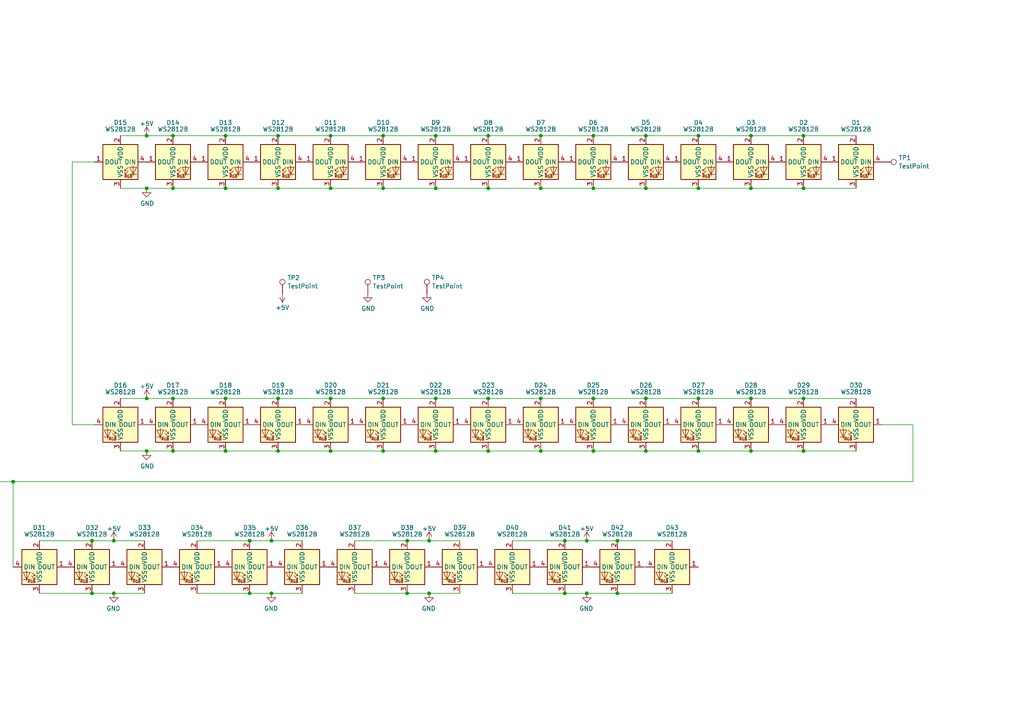
<source format=kicad_sch>
(kicad_sch (version 20231120) (generator "eeschema") (generator_version "8.0")
  (paper "A4")
  (lib_symbols
    (symbol "+5V_1" (power) (pin_numbers hide) (pin_names (offset 0) hide)
      (property "Value" "+5V" (at 0 3.556 0))
      (symbol "+5V_1_1_1"
        (pin power_in line (at 0 0 90) (length 0) (name "~") (number "1"))
      )
    )
    (symbol "Connector:TestPoint" (pin_numbers hide) (pin_names (offset 0.762) hide)
      (property "Reference" "TP" (at 0 6.858 0))
      (property "Value" "TestPoint" (at 0 5.08 0))
      (symbol "TestPoint_1_1"
        (pin passive line (at 0 0 90) (length 2.54) (name "1") (number "1"))
      )
    )
    (symbol "GND_1" (power) (pin_numbers hide) (pin_names (offset 0) hide)
      (property "Value" "GND" (at 0 -3.81 0))
      (symbol "GND_1_1_1"
        (pin power_in line (at 0 0 270) (length 0) (name "~") (number "1"))
      )
    )
    (symbol "xl-1010RGBC_107"
      (property "Reference" "U" (at 0 0 0))
      (symbol "xl-1010RGBC_107_0_0"
        (text "RGB" (at 2.286 -4.191 0) (effects (font (size 0.762 0.762))))
      )
      (symbol "xl-1010RGBC_107_1_1"
        (pin output line (at -7.62 0 0) (length 2.54) (name "DOUT") (number "1"))
        (pin power_in line (at 0 7.62 270) (length 2.54) (name "VDD") (number "2"))
        (pin power_in line (at 0 -7.62 90) (length 2.54) (name "VSS") (number "3"))
        (pin input line (at 7.62 0 180) (length 2.54) (name "DIN") (number "4"))
      )
    )
    (symbol "xl-1010RGBC_108"
      (property "Reference" "U" (at 0 0 0))
      (symbol "xl-1010RGBC_108_0_0"
        (text "RGB" (at 2.286 -4.191 0) (effects (font (size 0.762 0.762))))
      )
      (symbol "xl-1010RGBC_108_1_1"
        (pin output line (at -7.62 0 0) (length 2.54) (name "DOUT") (number "1"))
        (pin power_in line (at 0 7.62 270) (length 2.54) (name "VDD") (number "2"))
        (pin power_in line (at 0 -7.62 90) (length 2.54) (name "VSS") (number "3"))
        (pin input line (at 7.62 0 180) (length 2.54) (name "DIN") (number "4"))
      )
    )
    (symbol "xl-1010RGBC_109"
      (property "Reference" "U" (at 0 0 0))
      (symbol "xl-1010RGBC_109_0_0"
        (text "RGB" (at 2.286 -4.191 0) (effects (font (size 0.762 0.762))))
      )
      (symbol "xl-1010RGBC_109_1_1"
        (pin output line (at -7.62 0 0) (length 2.54) (name "DOUT") (number "1"))
        (pin power_in line (at 0 7.62 270) (length 2.54) (name "VDD") (number "2"))
        (pin power_in line (at 0 -7.62 90) (length 2.54) (name "VSS") (number "3"))
        (pin input line (at 7.62 0 180) (length 2.54) (name "DIN") (number "4"))
      )
    )
    (symbol "xl-1010RGBC_110"
      (property "Reference" "U" (at 0 0 0))
      (symbol "xl-1010RGBC_110_0_0"
        (text "RGB" (at 2.286 -4.191 0) (effects (font (size 0.762 0.762))))
      )
      (symbol "xl-1010RGBC_110_1_1"
        (pin output line (at -7.62 0 0) (length 2.54) (name "DOUT") (number "1"))
        (pin power_in line (at 0 7.62 270) (length 2.54) (name "VDD") (number "2"))
        (pin power_in line (at 0 -7.62 90) (length 2.54) (name "VSS") (number "3"))
        (pin input line (at 7.62 0 180) (length 2.54) (name "DIN") (number "4"))
      )
    )
    (symbol "xl-1010RGBC_111"
      (property "Reference" "U" (at 0 0 0))
      (symbol "xl-1010RGBC_111_0_0"
        (text "RGB" (at 2.286 -4.191 0) (effects (font (size 0.762 0.762))))
      )
      (symbol "xl-1010RGBC_111_1_1"
        (pin output line (at -7.62 0 0) (length 2.54) (name "DOUT") (number "1"))
        (pin power_in line (at 0 7.62 270) (length 2.54) (name "VDD") (number "2"))
        (pin power_in line (at 0 -7.62 90) (length 2.54) (name "VSS") (number "3"))
        (pin input line (at 7.62 0 180) (length 2.54) (name "DIN") (number "4"))
      )
    )
    (symbol "xl-1010RGBC_112"
      (property "Reference" "U" (at 0 0 0))
      (symbol "xl-1010RGBC_112_0_0"
        (text "RGB" (at 2.286 -4.191 0) (effects (font (size 0.762 0.762))))
      )
      (symbol "xl-1010RGBC_112_1_1"
        (pin output line (at -7.62 0 0) (length 2.54) (name "DOUT") (number "1"))
        (pin power_in line (at 0 7.62 270) (length 2.54) (name "VDD") (number "2"))
        (pin power_in line (at 0 -7.62 90) (length 2.54) (name "VSS") (number "3"))
        (pin input line (at 7.62 0 180) (length 2.54) (name "DIN") (number "4"))
      )
    )
    (symbol "xl-1010RGBC_113"
      (property "Reference" "U" (at 0 0 0))
      (symbol "xl-1010RGBC_113_0_0"
        (text "RGB" (at 2.286 -4.191 0) (effects (font (size 0.762 0.762))))
      )
      (symbol "xl-1010RGBC_113_1_1"
        (pin output line (at -7.62 0 0) (length 2.54) (name "DOUT") (number "1"))
        (pin power_in line (at 0 7.62 270) (length 2.54) (name "VDD") (number "2"))
        (pin power_in line (at 0 -7.62 90) (length 2.54) (name "VSS") (number "3"))
        (pin input line (at 7.62 0 180) (length 2.54) (name "DIN") (number "4"))
      )
    )
    (symbol "xl-1010RGBC_114"
      (property "Reference" "U" (at 0 0 0))
      (symbol "xl-1010RGBC_114_0_0"
        (text "RGB" (at 2.286 -4.191 0) (effects (font (size 0.762 0.762))))
      )
      (symbol "xl-1010RGBC_114_1_1"
        (pin output line (at -7.62 0 0) (length 2.54) (name "DOUT") (number "1"))
        (pin power_in line (at 0 7.62 270) (length 2.54) (name "VDD") (number "2"))
        (pin power_in line (at 0 -7.62 90) (length 2.54) (name "VSS") (number "3"))
        (pin input line (at 7.62 0 180) (length 2.54) (name "DIN") (number "4"))
      )
    )
    (symbol "xl-1010RGBC_165"
      (property "Reference" "U" (at 0 0 0))
      (symbol "xl-1010RGBC_165_0_0"
        (text "RGB" (at 2.286 -4.191 0) (effects (font (size 0.762 0.762))))
      )
      (symbol "xl-1010RGBC_165_1_1"
        (pin output line (at -7.62 0 0) (length 2.54) (name "DOUT") (number "1"))
        (pin power_in line (at 0 7.62 270) (length 2.54) (name "VDD") (number "2"))
        (pin power_in line (at 0 -7.62 90) (length 2.54) (name "VSS") (number "3"))
        (pin input line (at 7.62 0 180) (length 2.54) (name "DIN") (number "4"))
      )
    )
    (symbol "xl-1010RGBC_169"
      (property "Reference" "U" (at 0 0 0))
      (symbol "xl-1010RGBC_169_0_0"
        (text "RGB" (at 2.286 -4.191 0) (effects (font (size 0.762 0.762))))
      )
      (symbol "xl-1010RGBC_169_1_1"
        (pin output line (at -7.62 0 0) (length 2.54) (name "DOUT") (number "1"))
        (pin power_in line (at 0 7.62 270) (length 2.54) (name "VDD") (number "2"))
        (pin power_in line (at 0 -7.62 90) (length 2.54) (name "VSS") (number "3"))
        (pin input line (at 7.62 0 180) (length 2.54) (name "DIN") (number "4"))
      )
    )
    (symbol "xl-1010RGBC_183"
      (property "Reference" "U" (at 0 0 0))
      (symbol "xl-1010RGBC_183_0_0"
        (text "RGB" (at 2.286 -4.191 0) (effects (font (size 0.762 0.762))))
      )
      (symbol "xl-1010RGBC_183_1_1"
        (pin output line (at -7.62 0 0) (length 2.54) (name "DOUT") (number "1"))
        (pin power_in line (at 0 7.62 270) (length 2.54) (name "VDD") (number "2"))
        (pin power_in line (at 0 -7.62 90) (length 2.54) (name "VSS") (number "3"))
        (pin input line (at 7.62 0 180) (length 2.54) (name "DIN") (number "4"))
      )
    )
    (symbol "xl-1010RGBC_226"
      (property "Reference" "U" (at 0 0 0))
      (symbol "xl-1010RGBC_226_0_0"
        (text "RGB" (at 2.286 -4.191 0) (effects (font (size 0.762 0.762))))
      )
      (symbol "xl-1010RGBC_226_1_1"
        (pin output line (at -7.62 0 0) (length 2.54) (name "DOUT") (number "1"))
        (pin power_in line (at 0 7.62 270) (length 2.54) (name "VDD") (number "2"))
        (pin power_in line (at 0 -7.62 90) (length 2.54) (name "VSS") (number "3"))
        (pin input line (at 7.62 0 180) (length 2.54) (name "DIN") (number "4"))
      )
    )
    (symbol "xl-1010RGBC_243"
      (property "Reference" "U" (at 0 0 0))
      (symbol "xl-1010RGBC_243_0_0"
        (text "RGB" (at 2.286 -4.191 0) (effects (font (size 0.762 0.762))))
      )
      (symbol "xl-1010RGBC_243_1_1"
        (pin output line (at -7.62 0 0) (length 2.54) (name "DOUT") (number "1"))
        (pin power_in line (at 0 7.62 270) (length 2.54) (name "VDD") (number "2"))
        (pin power_in line (at 0 -7.62 90) (length 2.54) (name "VSS") (number "3"))
        (pin input line (at 7.62 0 180) (length 2.54) (name "DIN") (number "4"))
      )
    )
    (symbol "xl-1010RGBC_295"
      (property "Reference" "U" (at 0 0 0))
      (symbol "xl-1010RGBC_295_0_0"
        (text "RGB" (at 2.286 -4.191 0) (effects (font (size 0.762 0.762))))
      )
      (symbol "xl-1010RGBC_295_1_1"
        (pin output line (at -7.62 0 0) (length 2.54) (name "DOUT") (number "1"))
        (pin power_in line (at 0 7.62 270) (length 2.54) (name "VDD") (number "2"))
        (pin power_in line (at 0 -7.62 90) (length 2.54) (name "VSS") (number "3"))
        (pin input line (at 7.62 0 180) (length 2.54) (name "DIN") (number "4"))
      )
    )
    (symbol "xl-1010RGBC_296"
      (property "Reference" "U" (at 0 0 0))
      (symbol "xl-1010RGBC_296_0_0"
        (text "RGB" (at 2.286 -4.191 0) (effects (font (size 0.762 0.762))))
      )
      (symbol "xl-1010RGBC_296_1_1"
        (pin output line (at -7.62 0 0) (length 2.54) (name "DOUT") (number "1"))
        (pin power_in line (at 0 7.62 270) (length 2.54) (name "VDD") (number "2"))
        (pin power_in line (at 0 -7.62 90) (length 2.54) (name "VSS") (number "3"))
        (pin input line (at 7.62 0 180) (length 2.54) (name "DIN") (number "4"))
      )
    )
    (symbol "xl-1010RGBC_306"
      (property "Reference" "U" (at 0 0 0))
      (symbol "xl-1010RGBC_306_0_0"
        (text "RGB" (at 2.286 -4.191 0) (effects (font (size 0.762 0.762))))
      )
      (symbol "xl-1010RGBC_306_1_1"
        (pin output line (at -7.62 0 0) (length 2.54) (name "DOUT") (number "1"))
        (pin power_in line (at 0 7.62 270) (length 2.54) (name "VDD") (number "2"))
        (pin power_in line (at 0 -7.62 90) (length 2.54) (name "VSS") (number "3"))
        (pin input line (at 7.62 0 180) (length 2.54) (name "DIN") (number "4"))
      )
    )
    (symbol "xl-1010RGBC_311"
      (property "Reference" "U" (at 0 0 0))
      (symbol "xl-1010RGBC_311_0_0"
        (text "RGB" (at 2.286 -4.191 0) (effects (font (size 0.762 0.762))))
      )
      (symbol "xl-1010RGBC_311_1_1"
        (pin output line (at -7.62 0 0) (length 2.54) (name "DOUT") (number "1"))
        (pin power_in line (at 0 7.62 270) (length 2.54) (name "VDD") (number "2"))
        (pin power_in line (at 0 -7.62 90) (length 2.54) (name "VSS") (number "3"))
        (pin input line (at 7.62 0 180) (length 2.54) (name "DIN") (number "4"))
      )
    )
    (symbol "xl-1010RGBC_317"
      (property "Reference" "U" (at 0 0 0))
      (symbol "xl-1010RGBC_317_0_0"
        (text "RGB" (at 2.286 -4.191 0) (effects (font (size 0.762 0.762))))
      )
      (symbol "xl-1010RGBC_317_1_1"
        (pin output line (at -7.62 0 0) (length 2.54) (name "DOUT") (number "1"))
        (pin power_in line (at 0 7.62 270) (length 2.54) (name "VDD") (number "2"))
        (pin power_in line (at 0 -7.62 90) (length 2.54) (name "VSS") (number "3"))
        (pin input line (at 7.62 0 180) (length 2.54) (name "DIN") (number "4"))
      )
    )
    (symbol "xl-1010RGBC_318"
      (property "Reference" "U" (at 0 0 0))
      (symbol "xl-1010RGBC_318_0_0"
        (text "RGB" (at 2.286 -4.191 0) (effects (font (size 0.762 0.762))))
      )
      (symbol "xl-1010RGBC_318_1_1"
        (pin output line (at -7.62 0 0) (length 2.54) (name "DOUT") (number "1"))
        (pin power_in line (at 0 7.62 270) (length 2.54) (name "VDD") (number "2"))
        (pin power_in line (at 0 -7.62 90) (length 2.54) (name "VSS") (number "3"))
        (pin input line (at 7.62 0 180) (length 2.54) (name "DIN") (number "4"))
      )
    )
    (symbol "xl-1010RGBC_323"
      (property "Reference" "U" (at 0 0 0))
      (symbol "xl-1010RGBC_323_0_0"
        (text "RGB" (at 2.286 -4.191 0) (effects (font (size 0.762 0.762))))
      )
      (symbol "xl-1010RGBC_323_1_1"
        (pin output line (at -7.62 0 0) (length 2.54) (name "DOUT") (number "1"))
        (pin power_in line (at 0 7.62 270) (length 2.54) (name "VDD") (number "2"))
        (pin power_in line (at 0 -7.62 90) (length 2.54) (name "VSS") (number "3"))
        (pin input line (at 7.62 0 180) (length 2.54) (name "DIN") (number "4"))
      )
    )
    (symbol "xl-1010RGBC_324"
      (property "Reference" "U" (at 0 0 0))
      (symbol "xl-1010RGBC_324_0_0"
        (text "RGB" (at 2.286 -4.191 0) (effects (font (size 0.762 0.762))))
      )
      (symbol "xl-1010RGBC_324_1_1"
        (pin output line (at -7.62 0 0) (length 2.54) (name "DOUT") (number "1"))
        (pin power_in line (at 0 7.62 270) (length 2.54) (name "VDD") (number "2"))
        (pin power_in line (at 0 -7.62 90) (length 2.54) (name "VSS") (number "3"))
        (pin input line (at 7.62 0 180) (length 2.54) (name "DIN") (number "4"))
      )
    )
    (symbol "xl-1010RGBC_349"
      (property "Reference" "U" (at 0 0 0))
      (symbol "xl-1010RGBC_349_0_0"
        (text "RGB" (at 2.286 -4.191 0) (effects (font (size 0.762 0.762))))
      )
      (symbol "xl-1010RGBC_349_1_1"
        (pin output line (at -7.62 0 0) (length 2.54) (name "DOUT") (number "1"))
        (pin power_in line (at 0 7.62 270) (length 2.54) (name "VDD") (number "2"))
        (pin power_in line (at 0 -7.62 90) (length 2.54) (name "VSS") (number "3"))
        (pin input line (at 7.62 0 180) (length 2.54) (name "DIN") (number "4"))
      )
    )
    (symbol "xl-1010RGBC_390"
      (property "Reference" "U" (at 0 0 0))
      (symbol "xl-1010RGBC_390_0_0"
        (text "RGB" (at 2.286 -4.191 0) (effects (font (size 0.762 0.762))))
      )
      (symbol "xl-1010RGBC_390_1_1"
        (pin output line (at -7.62 0 0) (length 2.54) (name "DOUT") (number "1"))
        (pin power_in line (at 0 7.62 270) (length 2.54) (name "VDD") (number "2"))
        (pin power_in line (at 0 -7.62 90) (length 2.54) (name "VSS") (number "3"))
        (pin input line (at 7.62 0 180) (length 2.54) (name "DIN") (number "4"))
      )
    )
    (symbol "xl-1010RGBC_395"
      (property "Reference" "U" (at 0 0 0))
      (symbol "xl-1010RGBC_395_0_0"
        (text "RGB" (at 2.286 -4.191 0) (effects (font (size 0.762 0.762))))
      )
      (symbol "xl-1010RGBC_395_1_1"
        (pin output line (at -7.62 0 0) (length 2.54) (name "DOUT") (number "1"))
        (pin power_in line (at 0 7.62 270) (length 2.54) (name "VDD") (number "2"))
        (pin power_in line (at 0 -7.62 90) (length 2.54) (name "VSS") (number "3"))
        (pin input line (at 7.62 0 180) (length 2.54) (name "DIN") (number "4"))
      )
    )
    (symbol "xl-1010RGBC_403"
      (property "Reference" "U" (at 0 0 0))
      (symbol "xl-1010RGBC_403_0_0"
        (text "RGB" (at 2.286 -4.191 0) (effects (font (size 0.762 0.762))))
      )
      (symbol "xl-1010RGBC_403_1_1"
        (pin output line (at -7.62 0 0) (length 2.54) (name "DOUT") (number "1"))
        (pin power_in line (at 0 7.62 270) (length 2.54) (name "VDD") (number "2"))
        (pin power_in line (at 0 -7.62 90) (length 2.54) (name "VSS") (number "3"))
        (pin input line (at 7.62 0 180) (length 2.54) (name "DIN") (number "4"))
      )
    )
    (symbol "xl-1010RGBC_426"
      (property "Reference" "U" (at 0 0 0))
      (symbol "xl-1010RGBC_426_0_0"
        (text "RGB" (at 2.286 -4.191 0) (effects (font (size 0.762 0.762))))
      )
      (symbol "xl-1010RGBC_426_1_1"
        (pin output line (at -7.62 0 0) (length 2.54) (name "DOUT") (number "1"))
        (pin power_in line (at 0 7.62 270) (length 2.54) (name "VDD") (number "2"))
        (pin power_in line (at 0 -7.62 90) (length 2.54) (name "VSS") (number "3"))
        (pin input line (at 7.62 0 180) (length 2.54) (name "DIN") (number "4"))
      )
    )
    (symbol "xl-1010RGBC_427"
      (property "Reference" "U" (at 0 0 0))
      (symbol "xl-1010RGBC_427_0_0"
        (text "RGB" (at 2.286 -4.191 0) (effects (font (size 0.762 0.762))))
      )
      (symbol "xl-1010RGBC_427_1_1"
        (pin output line (at -7.62 0 0) (length 2.54) (name "DOUT") (number "1"))
        (pin power_in line (at 0 7.62 270) (length 2.54) (name "VDD") (number "2"))
        (pin power_in line (at 0 -7.62 90) (length 2.54) (name "VSS") (number "3"))
        (pin input line (at 7.62 0 180) (length 2.54) (name "DIN") (number "4"))
      )
    )
    (symbol "xl-1010RGBC_428"
      (property "Reference" "U" (at 0 0 0))
      (symbol "xl-1010RGBC_428_0_0"
        (text "RGB" (at 2.286 -4.191 0) (effects (font (size 0.762 0.762))))
      )
      (symbol "xl-1010RGBC_428_1_1"
        (pin output line (at -7.62 0 0) (length 2.54) (name "DOUT") (number "1"))
        (pin power_in line (at 0 7.62 270) (length 2.54) (name "VDD") (number "2"))
        (pin power_in line (at 0 -7.62 90) (length 2.54) (name "VSS") (number "3"))
        (pin input line (at 7.62 0 180) (length 2.54) (name "DIN") (number "4"))
      )
    )
    (symbol "xl-1010RGBC_429"
      (property "Reference" "U" (at 0 0 0))
      (symbol "xl-1010RGBC_429_0_0"
        (text "RGB" (at 2.286 -4.191 0) (effects (font (size 0.762 0.762))))
      )
      (symbol "xl-1010RGBC_429_1_1"
        (pin output line (at -7.62 0 0) (length 2.54) (name "DOUT") (number "1"))
        (pin power_in line (at 0 7.62 270) (length 2.54) (name "VDD") (number "2"))
        (pin power_in line (at 0 -7.62 90) (length 2.54) (name "VSS") (number "3"))
        (pin input line (at 7.62 0 180) (length 2.54) (name "DIN") (number "4"))
      )
    )
    (symbol "xl-1010RGBC_430"
      (property "Reference" "U" (at 0 0 0))
      (symbol "xl-1010RGBC_430_0_0"
        (text "RGB" (at 2.286 -4.191 0) (effects (font (size 0.762 0.762))))
      )
      (symbol "xl-1010RGBC_430_1_1"
        (pin output line (at -7.62 0 0) (length 2.54) (name "DOUT") (number "1"))
        (pin power_in line (at 0 7.62 270) (length 2.54) (name "VDD") (number "2"))
        (pin power_in line (at 0 -7.62 90) (length 2.54) (name "VSS") (number "3"))
        (pin input line (at 7.62 0 180) (length 2.54) (name "DIN") (number "4"))
      )
    )
    (symbol "xl-1010RGBC_431"
      (property "Reference" "U" (at 0 0 0))
      (symbol "xl-1010RGBC_431_0_0"
        (text "RGB" (at 2.286 -4.191 0) (effects (font (size 0.762 0.762))))
      )
      (symbol "xl-1010RGBC_431_1_1"
        (pin output line (at -7.62 0 0) (length 2.54) (name "DOUT") (number "1"))
        (pin power_in line (at 0 7.62 270) (length 2.54) (name "VDD") (number "2"))
        (pin power_in line (at 0 -7.62 90) (length 2.54) (name "VSS") (number "3"))
        (pin input line (at 7.62 0 180) (length 2.54) (name "DIN") (number "4"))
      )
    )
    (symbol "xl-1010RGBC_432"
      (property "Reference" "U" (at 0 0 0))
      (symbol "xl-1010RGBC_432_0_0"
        (text "RGB" (at 2.286 -4.191 0) (effects (font (size 0.762 0.762))))
      )
      (symbol "xl-1010RGBC_432_1_1"
        (pin output line (at -7.62 0 0) (length 2.54) (name "DOUT") (number "1"))
        (pin power_in line (at 0 7.62 270) (length 2.54) (name "VDD") (number "2"))
        (pin power_in line (at 0 -7.62 90) (length 2.54) (name "VSS") (number "3"))
        (pin input line (at 7.62 0 180) (length 2.54) (name "DIN") (number "4"))
      )
    )
    (symbol "xl-1010RGBC_433"
      (property "Reference" "U" (at 0 0 0))
      (symbol "xl-1010RGBC_433_0_0"
        (text "RGB" (at 2.286 -4.191 0) (effects (font (size 0.762 0.762))))
      )
      (symbol "xl-1010RGBC_433_1_1"
        (pin output line (at -7.62 0 0) (length 2.54) (name "DOUT") (number "1"))
        (pin power_in line (at 0 7.62 270) (length 2.54) (name "VDD") (number "2"))
        (pin power_in line (at 0 -7.62 90) (length 2.54) (name "VSS") (number "3"))
        (pin input line (at 7.62 0 180) (length 2.54) (name "DIN") (number "4"))
      )
    )
  )
  (junction (at 80.645 39.37))
  (junction (at 141.605 115.57))
  (junction (at 172.085 39.37))
  (junction (at 156.845 54.61))
  (junction (at 95.885 39.37))
  (junction (at 126.365 130.81))
  (junction (at 163.83 156.845))
  (junction (at 124.46 172.085))
  (junction (at 111.125 115.57))
  (junction (at 65.405 54.61))
  (junction (at 26.67 156.845))
  (junction (at 118.11 172.085))
  (junction (at 202.565 39.37))
  (junction (at 42.545 39.37))
  (junction (at 65.405 130.81))
  (junction (at 80.645 54.61))
  (junction (at 202.565 115.57))
  (junction (at 95.885 130.81))
  (junction (at 141.605 130.81))
  (junction (at 65.405 115.57))
  (junction (at 42.545 115.57))
  (junction (at 72.39 172.085))
  (junction (at 141.605 39.37))
  (junction (at 33.02 156.845))
  (junction (at 80.645 130.81))
  (junction (at 156.845 130.81))
  (junction (at 124.46 156.845))
  (junction (at 50.165 39.37))
  (junction (at 179.07 172.085))
  (junction (at 80.645 115.57))
  (junction (at 187.325 130.81))
  (junction (at 78.74 172.085))
  (junction (at 187.325 39.37))
  (junction (at 42.545 130.81))
  (junction (at 172.085 54.61))
  (junction (at 65.405 39.37))
  (junction (at 26.67 172.085))
  (junction (at 95.885 115.57))
  (junction (at 202.565 130.81))
  (junction (at 3.81 139.7))
  (junction (at 170.18 172.085))
  (junction (at 217.805 39.37))
  (junction (at 217.805 54.61))
  (junction (at 187.325 54.61))
  (junction (at 50.165 54.61))
  (junction (at 111.125 54.61))
  (junction (at 233.045 54.61))
  (junction (at 179.07 156.845))
  (junction (at 72.39 156.845))
  (junction (at 170.18 156.845))
  (junction (at 233.045 39.37))
  (junction (at 233.045 130.81))
  (junction (at 50.165 115.57))
  (junction (at 217.805 130.81))
  (junction (at 50.165 130.81))
  (junction (at 111.125 130.81))
  (junction (at 172.085 130.81))
  (junction (at 42.545 54.61))
  (junction (at 187.325 115.57))
  (junction (at 156.845 115.57))
  (junction (at 202.565 54.61))
  (junction (at 163.83 172.085))
  (junction (at 126.365 39.37))
  (junction (at 156.845 39.37))
  (junction (at 126.365 115.57))
  (junction (at 118.11 156.845))
  (junction (at 217.805 115.57))
  (junction (at 141.605 54.61))
  (junction (at 126.365 54.61))
  (junction (at 95.885 54.61))
  (junction (at 111.125 39.37))
  (junction (at 233.045 115.57))
  (junction (at 78.74 156.845))
  (junction (at 33.02 172.085))
  (junction (at 172.085 115.57))
  (wire (pts (xy 111.125 39.37) (xy 126.365 39.37)))
  (wire (pts (xy 264.795 123.19) (xy 264.795 139.7)))
  (wire (pts (xy 3.81 139.7) (xy 264.795 139.7)))
  (wire (pts (xy 50.165 115.57) (xy 65.405 115.57)))
  (wire (pts (xy 80.645 54.61) (xy 95.885 54.61)))
  (wire (pts (xy 202.565 115.57) (xy 217.805 115.57)))
  (wire (pts (xy 65.405 39.37) (xy 80.645 39.37)))
  (wire (pts (xy 26.67 172.085) (xy 11.43 172.085)))
  (wire (pts (xy 34.925 115.57) (xy 42.545 115.57)))
  (wire (pts (xy 87.63 172.085) (xy 78.74 172.085)))
  (wire (pts (xy 33.02 156.845) (xy 26.67 156.845)))
  (wire (pts (xy 141.605 130.81) (xy 156.845 130.81)))
  (wire (pts (xy 170.18 172.085) (xy 163.83 172.085)))
  (wire (pts (xy 233.045 130.81) (xy 248.285 130.81)))
  (wire (pts (xy 27.305 46.99) (xy 20.955 46.99)))
  (wire (pts (xy 95.885 39.37) (xy 111.125 39.37)))
  (wire (pts (xy 33.02 172.085) (xy 26.67 172.085)))
  (wire (pts (xy 179.07 171.45) (xy 179.07 172.085)))
  (wire (pts (xy 78.74 156.845) (xy 72.39 156.845)))
  (wire (pts (xy 80.645 115.57) (xy 95.885 115.57)))
  (wire (pts (xy 80.645 39.37) (xy 95.885 39.37)))
  (wire (pts (xy 163.83 172.085) (xy 148.59 172.085)))
  (wire (pts (xy 217.805 39.37) (xy 233.045 39.37)))
  (wire (pts (xy 126.365 54.61) (xy 141.605 54.61)))
  (wire (pts (xy 187.325 130.81) (xy 202.565 130.81)))
  (wire (pts (xy 72.39 172.085) (xy 57.15 172.085)))
  (wire (pts (xy -18.415 106.68) (xy -18.415 139.7)))
  (wire (pts (xy 217.805 54.61) (xy 233.045 54.61)))
  (wire (pts (xy -18.415 139.7) (xy 3.81 139.7)))
  (wire (pts (xy 42.545 54.61) (xy 50.165 54.61)))
  (wire (pts (xy 78.74 172.085) (xy 72.39 172.085)))
  (wire (pts (xy 65.405 115.57) (xy 80.645 115.57)))
  (wire (pts (xy 233.045 39.37) (xy 248.285 39.37)))
  (wire (pts (xy 3.81 164.465) (xy 3.81 139.7)))
  (wire (pts (xy 179.07 156.845) (xy 170.18 156.845)))
  (wire (pts (xy 156.845 39.37) (xy 172.085 39.37)))
  (wire (pts (xy 202.565 39.37) (xy 217.805 39.37)))
  (wire (pts (xy 26.67 156.845) (xy 11.43 156.845)))
  (wire (pts (xy 124.46 156.845) (xy 118.11 156.845)))
  (wire (pts (xy 34.925 130.81) (xy 42.545 130.81)))
  (wire (pts (xy 20.955 123.19) (xy 27.305 123.19)))
  (wire (pts (xy 172.085 130.81) (xy 187.325 130.81)))
  (wire (pts (xy 42.545 130.81) (xy 50.165 130.81)))
  (wire (pts (xy 124.46 172.085) (xy 118.11 172.085)))
  (wire (pts (xy 170.18 156.845) (xy 163.83 156.845)))
  (wire (pts (xy 163.83 156.845) (xy 148.59 156.845)))
  (wire (pts (xy 111.125 130.81) (xy 126.365 130.81)))
  (wire (pts (xy 34.925 54.61) (xy 42.545 54.61)))
  (wire (pts (xy 65.405 54.61) (xy 80.645 54.61)))
  (wire (pts (xy 118.11 156.845) (xy 102.87 156.845)))
  (wire (pts (xy 186.69 164.465) (xy 187.325 164.465)))
  (wire (pts (xy 172.085 39.37) (xy 187.325 39.37)))
  (wire (pts (xy 233.045 54.61) (xy 248.285 54.61)))
  (wire (pts (xy 255.905 123.19) (xy 264.795 123.19)))
  (wire (pts (xy 217.805 130.81) (xy 233.045 130.81)))
  (wire (pts (xy 126.365 115.57) (xy 141.605 115.57)))
  (wire (pts (xy 41.91 156.845) (xy 33.02 156.845)))
  (wire (pts (xy 194.945 172.085) (xy 179.07 172.085)))
  (wire (pts (xy 141.605 54.61) (xy 156.845 54.61)))
  (wire (pts (xy 126.365 39.37) (xy 141.605 39.37)))
  (wire (pts (xy 34.925 39.37) (xy 42.545 39.37)))
  (wire (pts (xy 156.845 115.57) (xy 172.085 115.57)))
  (wire (pts (xy 133.35 172.085) (xy 124.46 172.085)))
  (wire (pts (xy 72.39 156.845) (xy 57.15 156.845)))
  (wire (pts (xy 50.165 39.37) (xy 65.405 39.37)))
  (wire (pts (xy 42.545 39.37) (xy 50.165 39.37)))
  (wire (pts (xy 80.645 130.81) (xy 95.885 130.81)))
  (wire (pts (xy 156.845 54.61) (xy 172.085 54.61)))
  (wire (pts (xy 187.325 54.61) (xy 202.565 54.61)))
  (wire (pts (xy 95.885 130.81) (xy 111.125 130.81)))
  (wire (pts (xy 95.885 54.61) (xy 111.125 54.61)))
  (wire (pts (xy 141.605 39.37) (xy 156.845 39.37)))
  (wire (pts (xy 118.11 172.085) (xy 102.87 172.085)))
  (wire (pts (xy 111.125 115.57) (xy 126.365 115.57)))
  (wire (pts (xy 172.085 54.61) (xy 187.325 54.61)))
  (wire (pts (xy 217.805 115.57) (xy 233.045 115.57)))
  (wire (pts (xy 65.405 130.81) (xy 80.645 130.81)))
  (wire (pts (xy 87.63 156.845) (xy 78.74 156.845)))
  (wire (pts (xy 172.085 115.57) (xy 187.325 115.57)))
  (wire (pts (xy -18.415 106.68) (xy -64.135 106.68)))
  (wire (pts (xy 156.845 130.81) (xy 172.085 130.81)))
  (wire (pts (xy 233.045 115.57) (xy 248.285 115.57)))
  (wire (pts (xy 95.885 115.57) (xy 111.125 115.57)))
  (wire (pts (xy 50.165 130.81) (xy 65.405 130.81)))
  (wire (pts (xy -64.135 106.68) (xy -64.135 82.55)))
  (wire (pts (xy 133.35 156.845) (xy 124.46 156.845)))
  (wire (pts (xy 126.365 130.81) (xy 141.605 130.81)))
  (wire (pts (xy 42.545 115.57) (xy 50.165 115.57)))
  (wire (pts (xy 141.605 115.57) (xy 156.845 115.57)))
  (wire (pts (xy 20.955 46.99) (xy 20.955 123.19)))
  (wire (pts (xy 202.565 54.61) (xy 217.805 54.61)))
  (wire (pts (xy 187.325 115.57) (xy 202.565 115.57)))
  (wire (pts (xy 111.125 54.61) (xy 126.365 54.61)))
  (wire (pts (xy 41.91 172.085) (xy 33.02 172.085)))
  (wire (pts (xy 179.07 172.085) (xy 170.18 172.085)))
  (wire (pts (xy 202.565 130.81) (xy 217.805 130.81)))
  (wire (pts (xy 50.165 54.61) (xy 65.405 54.61)))
  (wire (pts (xy 187.325 39.37) (xy 202.565 39.37)))
  (wire (pts (xy 179.07 156.845) (xy 194.945 156.845)))
  (symbol (lib_name "xl-1010RGBC_433") (lib_id "JumperlessSymbols:xl-1010RGBC") (at 57.15 164.465 0) (mirror y) (unit 1)
    (property "Reference" "D34" (at 57.15 153.035 0))
    (property "Value" "WS2812B" (at 57.15 154.956 0))
    (property "Footprint" "JumperlessFootprints:XL-1010RGBC-WS2812B" (effects (hide yes)))
    (property "Datasheet" "https://cdn-shop.adafruit.com/datasheets/WS2812B.pdf" (effects (hide yes)))
  )
  (symbol (lib_name "xl-1010RGBC_110") (lib_id "JumperlessSymbols:xl-1010RGBC") (at 65.405 46.99 0) (unit 1)
    (property "Reference" "D13" (at 65.405 35.56 0))
    (property "Value" "WS2812B" (at 65.405 37.481 0))
    (property "Footprint" "JumperlessFootprints:XL-1010RGBC-WS2812B" (effects (hide yes)))
    (property "Datasheet" "https://cdn-shop.adafruit.com/datasheets/WS2812B.pdf" (effects (hide yes)))
  )
  (symbol (lib_name "xl-1010RGBC_430") (lib_id "JumperlessSymbols:xl-1010RGBC") (at 202.565 46.99 0) (unit 1)
    (property "Reference" "D4" (at 202.565 35.56 0))
    (property "Value" "WS2812B" (at 202.565 37.481 0))
    (property "Footprint" "JumperlessFootprints:XL-1010RGBC-WS2812B" (effects (hide yes)))
    (property "Datasheet" "https://cdn-shop.adafruit.com/datasheets/WS2812B.pdf" (effects (hide yes)))
  )
  (symbol (lib_name "GND_1") (lib_id "power:GND") (at 106.68 85.09 0) (unit 1)
    (property "Reference" "#PWR017" (effects (hide yes)))
    (property "Value" "GND" (at 106.807 89.4842 0))
    (property "Description" "Power symbol creates a global label with name \"GND\" , ground" (effects (hide yes)))
  )
  (symbol (lib_name "xl-1010RGBC_433") (lib_id "JumperlessSymbols:xl-1010RGBC") (at 11.43 164.465 0) (mirror y) (unit 1)
    (property "Reference" "D31" (at 11.43 153.035 0))
    (property "Value" "WS2812B" (at 11.43 154.956 0))
    (property "Footprint" "JumperlessFootprints:XL-1010RGBC-WS2812B" (effects (hide yes)))
    (property "Datasheet" "https://cdn-shop.adafruit.com/datasheets/WS2812B.pdf" (effects (hide yes)))
  )
  (symbol (lib_name "xl-1010RGBC_318") (lib_id "JumperlessSymbols:xl-1010RGBC") (at 65.405 123.19 0) (mirror y) (unit 1)
    (property "Reference" "D18" (at 65.405 111.76 0))
    (property "Value" "WS2812B" (at 65.405 113.681 0))
    (property "Footprint" "JumperlessFootprints:XL-1010RGBC-WS2812B" (effects (hide yes)))
    (property "Datasheet" "https://cdn-shop.adafruit.com/datasheets/WS2812B.pdf" (effects (hide yes)))
  )
  (symbol (lib_name "xl-1010RGBC_306") (lib_id "JumperlessSymbols:xl-1010RGBC") (at 111.125 123.19 0) (mirror y) (unit 1)
    (property "Reference" "D21" (at 111.125 111.76 0))
    (property "Value" "WS2812B" (at 111.125 113.681 0))
    (property "Footprint" "JumperlessFootprints:XL-1010RGBC-WS2812B" (effects (hide yes)))
    (property "Datasheet" "https://cdn-shop.adafruit.com/datasheets/WS2812B.pdf" (effects (hide yes)))
  )
  (symbol (lib_name "GND_1") (lib_id "power:GND") (at 78.74 172.085 0) (mirror y) (unit 1)
    (property "Reference" "#PWR08" (effects (hide yes)))
    (property "Value" "GND" (at 78.613 176.4792 0))
    (property "Description" "Power symbol creates a global label with name \"GND\" , ground" (effects (hide yes)))
  )
  (symbol (lib_id "Connector:TestPoint") (at 81.915 85.09 0) (unit 1)
    (property "Reference" "TP2" (at 83.312 80.5758 0) (effects (justify left)))
    (property "Value" "TestPoint" (at 83.312 83.0001 0) (effects (justify left)))
    (property "Footprint" "JumperlessFootprints:PINHEADER-1x1_vertical" (effects (hide yes)))
    (property "Description" "test point" (effects (hide yes)))
  )
  (symbol (lib_name "xl-1010RGBC_243") (lib_id "JumperlessSymbols:xl-1010RGBC") (at 34.925 123.19 0) (mirror y) (unit 1)
    (property "Reference" "D16" (at 34.925 111.76 0))
    (property "Value" "WS2812B" (at 34.925 113.681 0))
    (property "Footprint" "JumperlessFootprints:XL-1010RGBC-WS2812B" (effects (hide yes)))
    (property "Datasheet" "https://cdn-shop.adafruit.com/datasheets/WS2812B.pdf" (effects (hide yes)))
  )
  (symbol (lib_name "xl-1010RGBC_427") (lib_id "JumperlessSymbols:xl-1010RGBC") (at 111.125 46.99 0) (unit 1)
    (property "Reference" "D10" (at 111.125 35.544 0))
    (property "Value" "WS2812B" (at 111.125 37.465 0))
    (property "Footprint" "JumperlessFootprints:XL-1010RGBC-WS2812B" (effects (hide yes)))
    (property "Datasheet" "https://cdn-shop.adafruit.com/datasheets/WS2812B.pdf" (effects (hide yes)))
  )
  (symbol (lib_name "xl-1010RGBC_165") (lib_id "JumperlessSymbols:xl-1010RGBC") (at 50.165 123.19 0) (mirror y) (unit 1)
    (property "Reference" "D17" (at 50.165 111.76 0))
    (property "Value" "WS2812B" (at 50.165 113.681 0))
    (property "Footprint" "JumperlessFootprints:XL-1010RGBC-WS2812B" (effects (hide yes)))
    (property "Datasheet" "https://cdn-shop.adafruit.com/datasheets/WS2812B.pdf" (effects (hide yes)))
  )
  (symbol (lib_name "GND_1") (lib_id "power:GND") (at 124.46 172.085 0) (mirror y) (unit 1)
    (property "Reference" "#PWR011" (effects (hide yes)))
    (property "Value" "GND" (at 124.333 176.4792 0))
    (property "Description" "Power symbol creates a global label with name \"GND\" , ground" (effects (hide yes)))
  )
  (symbol (lib_name "xl-1010RGBC_432") (lib_id "JumperlessSymbols:xl-1010RGBC") (at 179.07 164.465 0) (mirror y) (unit 1)
    (property "Reference" "D42" (at 179.07 153.019 0))
    (property "Value" "WS2812B" (at 179.07 154.94 0))
    (property "Footprint" "JumperlessFootprints:XL-1010RGBC-WS2812B" (effects (hide yes)))
    (property "Datasheet" "https://cdn-shop.adafruit.com/datasheets/WS2812B.pdf" (effects (hide yes)))
  )
  (symbol (lib_name "xl-1010RGBC_113") (lib_id "JumperlessSymbols:xl-1010RGBC") (at 95.885 46.99 0) (unit 1)
    (property "Reference" "D11" (at 95.885 35.56 0))
    (property "Value" "WS2812B" (at 95.885 37.481 0))
    (property "Footprint" "JumperlessFootprints:XL-1010RGBC-WS2812B" (effects (hide yes)))
    (property "Datasheet" "https://cdn-shop.adafruit.com/datasheets/WS2812B.pdf" (effects (hide yes)))
  )
  (symbol (lib_name "xl-1010RGBC_295") (lib_id "JumperlessSymbols:xl-1010RGBC") (at 126.365 46.99 0) (unit 1)
    (property "Reference" "D9" (at 126.365 35.56 0))
    (property "Value" "WS2812B" (at 126.365 37.481 0))
    (property "Footprint" "JumperlessFootprints:XL-1010RGBC-WS2812B" (effects (hide yes)))
    (property "Datasheet" "https://cdn-shop.adafruit.com/datasheets/WS2812B.pdf" (effects (hide yes)))
  )
  (symbol (lib_name "GND_1") (lib_id "power:GND") (at 42.545 54.61 0) (unit 1)
    (property "Reference" "#PWR02" (effects (hide yes)))
    (property "Value" "GND" (at 42.672 59.0042 0))
    (property "Description" "Power symbol creates a global label with name \"GND\" , ground" (effects (hide yes)))
  )
  (symbol (lib_name "xl-1010RGBC_431") (lib_id "JumperlessSymbols:xl-1010RGBC") (at 118.11 164.465 0) (mirror y) (unit 1)
    (property "Reference" "D38" (at 118.11 153.035 0))
    (property "Value" "WS2812B" (at 118.11 154.956 0))
    (property "Footprint" "JumperlessFootprints:XL-1010RGBC-WS2812B" (effects (hide yes)))
    (property "Datasheet" "https://cdn-shop.adafruit.com/datasheets/WS2812B.pdf" (effects (hide yes)))
  )
  (symbol (lib_name "xl-1010RGBC_311") (lib_id "JumperlessSymbols:xl-1010RGBC") (at 95.885 123.19 0) (mirror y) (unit 1)
    (property "Reference" "D20" (at 95.885 111.744 0))
    (property "Value" "WS2812B" (at 95.885 113.665 0))
    (property "Footprint" "JumperlessFootprints:XL-1010RGBC-WS2812B" (effects (hide yes)))
    (property "Datasheet" "https://cdn-shop.adafruit.com/datasheets/WS2812B.pdf" (effects (hide yes)))
  )
  (symbol (lib_name "xl-1010RGBC_114") (lib_id "JumperlessSymbols:xl-1010RGBC") (at 248.285 46.99 0) (unit 1)
    (property "Reference" "D1" (at 248.285 35.56 0))
    (property "Value" "WS2812B" (at 248.285 37.481 0))
    (property "Footprint" "JumperlessFootprints:XL-1010RGBC-WS2812B" (effects (hide yes)))
    (property "Datasheet" "https://cdn-shop.adafruit.com/datasheets/WS2812B.pdf" (effects (hide yes)))
  )
  (symbol (lib_name "xl-1010RGBC_433") (lib_id "JumperlessSymbols:xl-1010RGBC") (at 148.59 164.465 0) (mirror y) (unit 1)
    (property "Reference" "D40" (at 148.59 153.035 0))
    (property "Value" "WS2812B" (at 148.59 154.956 0))
    (property "Footprint" "JumperlessFootprints:XL-1010RGBC-WS2812B" (effects (hide yes)))
    (property "Datasheet" "https://cdn-shop.adafruit.com/datasheets/WS2812B.pdf" (effects (hide yes)))
  )
  (symbol (lib_name "+5V_1") (lib_id "power:+5V") (at 33.02 156.845 0) (mirror y) (unit 1)
    (property "Reference" "#PWR03" (effects (hide yes)))
    (property "Value" "+5V" (at 33.02 153.3431 0))
    (property "Description" "Power symbol creates a global label with name \"+5V\"" (effects (hide yes)))
  )
  (symbol (lib_name "xl-1010RGBC_226") (lib_id "JumperlessSymbols:xl-1010RGBC") (at 126.365 123.19 0) (mirror y) (unit 1)
    (property "Reference" "D22" (at 126.365 111.76 0))
    (property "Value" "WS2812B" (at 126.365 113.681 0))
    (property "Footprint" "JumperlessFootprints:XL-1010RGBC-WS2812B" (effects (hide yes)))
    (property "Datasheet" "https://cdn-shop.adafruit.com/datasheets/WS2812B.pdf" (effects (hide yes)))
  )
  (symbol (lib_name "+5V_1") (lib_id "power:+5V") (at 81.915 85.09 0) (mirror x) (unit 1)
    (property "Reference" "#PWR019" (effects (hide yes)))
    (property "Value" "+5V" (at 81.915 89.2231 0))
    (property "Description" "Power symbol creates a global label with name \"+5V\"" (effects (hide yes)))
  )
  (symbol (lib_name "xl-1010RGBC_108") (lib_id "JumperlessSymbols:xl-1010RGBC") (at 156.845 46.99 0) (unit 1)
    (property "Reference" "D7" (at 156.845 35.56 0))
    (property "Value" "WS2812B" (at 156.845 37.481 0))
    (property "Footprint" "JumperlessFootprints:XL-1010RGBC-WS2812B" (effects (hide yes)))
    (property "Datasheet" "https://cdn-shop.adafruit.com/datasheets/WS2812B.pdf" (effects (hide yes)))
  )
  (symbol (lib_name "xl-1010RGBC_433") (lib_id "JumperlessSymbols:xl-1010RGBC") (at 102.87 164.465 0) (mirror y) (unit 1)
    (property "Reference" "D37" (at 102.87 153.035 0))
    (property "Value" "WS2812B" (at 102.87 154.956 0))
    (property "Footprint" "JumperlessFootprints:XL-1010RGBC-WS2812B" (effects (hide yes)))
    (property "Datasheet" "https://cdn-shop.adafruit.com/datasheets/WS2812B.pdf" (effects (hide yes)))
  )
  (symbol (lib_name "xl-1010RGBC_109") (lib_id "JumperlessSymbols:xl-1010RGBC") (at 233.045 46.99 0) (unit 1)
    (property "Reference" "D2" (at 233.045 35.56 0))
    (property "Value" "WS2812B" (at 233.045 37.481 0))
    (property "Footprint" "JumperlessFootprints:XL-1010RGBC-WS2812B" (effects (hide yes)))
    (property "Datasheet" "https://cdn-shop.adafruit.com/datasheets/WS2812B.pdf" (effects (hide yes)))
  )
  (symbol (lib_name "xl-1010RGBC_429") (lib_id "JumperlessSymbols:xl-1010RGBC") (at 141.605 46.99 0) (unit 1)
    (property "Reference" "D8" (at 141.605 35.56 0))
    (property "Value" "WS2812B" (at 141.605 37.481 0))
    (property "Footprint" "JumperlessFootprints:XL-1010RGBC-WS2812B" (effects (hide yes)))
    (property "Datasheet" "https://cdn-shop.adafruit.com/datasheets/WS2812B.pdf" (effects (hide yes)))
  )
  (symbol (lib_name "GND_1") (lib_id "power:GND") (at 123.825 85.09 0) (unit 1)
    (property "Reference" "#PWR018" (effects (hide yes)))
    (property "Value" "GND" (at 123.952 89.4842 0))
    (property "Description" "Power symbol creates a global label with name \"GND\" , ground" (effects (hide yes)))
  )
  (symbol (lib_name "xl-1010RGBC_426") (lib_id "JumperlessSymbols:xl-1010RGBC") (at 217.805 46.99 0) (unit 1)
    (property "Reference" "D3" (at 217.805 35.56 0))
    (property "Value" "WS2812B" (at 217.805 37.481 0))
    (property "Footprint" "JumperlessFootprints:XL-1010RGBC-WS2812B" (effects (hide yes)))
    (property "Datasheet" "https://cdn-shop.adafruit.com/datasheets/WS2812B.pdf" (effects (hide yes)))
  )
  (symbol (lib_name "xl-1010RGBC_111") (lib_id "JumperlessSymbols:xl-1010RGBC") (at 172.085 46.99 0) (unit 1)
    (property "Reference" "D6" (at 172.085 35.56 0))
    (property "Value" "WS2812B" (at 172.085 37.481 0))
    (property "Footprint" "JumperlessFootprints:XL-1010RGBC-WS2812B" (effects (hide yes)))
    (property "Datasheet" "https://cdn-shop.adafruit.com/datasheets/WS2812B.pdf" (effects (hide yes)))
  )
  (symbol (lib_name "xl-1010RGBC_432") (lib_id "JumperlessSymbols:xl-1010RGBC") (at 133.35 164.465 0) (mirror y) (unit 1)
    (property "Reference" "D39" (at 133.35 153.019 0))
    (property "Value" "WS2812B" (at 133.35 154.94 0))
    (property "Footprint" "JumperlessFootprints:XL-1010RGBC-WS2812B" (effects (hide yes)))
    (property "Datasheet" "https://cdn-shop.adafruit.com/datasheets/WS2812B.pdf" (effects (hide yes)))
  )
  (symbol (lib_name "+5V_1") (lib_id "power:+5V") (at 42.545 115.57 0) (unit 1)
    (property "Reference" "#PWR05" (effects (hide yes)))
    (property "Value" "+5V" (at 42.545 112.0681 0))
    (property "Description" "Power symbol creates a global label with name \"+5V\"" (effects (hide yes)))
  )
  (symbol (lib_id "Connector:TestPoint") (at 255.905 46.99 270) (unit 1)
    (property "Reference" "TP1" (at 260.604 45.7778 90) (effects (justify left)))
    (property "Value" "TestPoint" (at 260.604 48.2021 90) (effects (justify left)))
    (property "Footprint" "JumperlessFootprints:PINHEADER-1x1_vertical" (effects (hide yes)))
    (property "Description" "test point" (effects (hide yes)))
  )
  (symbol (lib_name "xl-1010RGBC_296") (lib_id "JumperlessSymbols:xl-1010RGBC") (at 34.925 46.99 0) (unit 1)
    (property "Reference" "D15" (at 34.925 35.544 0))
    (property "Value" "WS2812B" (at 34.925 37.465 0))
    (property "Footprint" "JumperlessFootprints:XL-1010RGBC-WS2812B" (effects (hide yes)))
    (property "Datasheet" "https://cdn-shop.adafruit.com/datasheets/WS2812B.pdf" (effects (hide yes)))
  )
  (symbol (lib_name "+5V_1") (lib_id "power:+5V") (at 42.545 39.37 0) (unit 1)
    (property "Reference" "#PWR01" (effects (hide yes)))
    (property "Value" "+5V" (at 42.545 35.8681 0))
    (property "Description" "Power symbol creates a global label with name \"+5V\"" (effects (hide yes)))
  )
  (symbol (lib_name "+5V_1") (lib_id "power:+5V") (at 170.18 156.845 0) (mirror y) (unit 1)
    (property "Reference" "#PWR010" (effects (hide yes)))
    (property "Value" "+5V" (at 170.18 153.3431 0))
    (property "Description" "Power symbol creates a global label with name \"+5V\"" (effects (hide yes)))
  )
  (symbol (lib_name "xl-1010RGBC_433") (lib_id "JumperlessSymbols:xl-1010RGBC") (at 194.945 164.465 0) (mirror y) (unit 1)
    (property "Reference" "D43" (at 194.945 153.035 0))
    (property "Value" "WS2812B" (at 194.945 154.956 0))
    (property "Footprint" "JumperlessFootprints:XL-1010RGBC-WS2812B" (effects (hide yes)))
    (property "Datasheet" "https://cdn-shop.adafruit.com/datasheets/WS2812B.pdf" (effects (hide yes)))
  )
  (symbol (lib_name "GND_1") (lib_id "power:GND") (at 42.545 130.81 0) (unit 1)
    (property "Reference" "#PWR06" (effects (hide yes)))
    (property "Value" "GND" (at 42.672 135.2042 0))
    (property "Description" "Power symbol creates a global label with name \"GND\" , ground" (effects (hide yes)))
  )
  (symbol (lib_name "xl-1010RGBC_107") (lib_id "JumperlessSymbols:xl-1010RGBC") (at 50.165 46.99 0) (unit 1)
    (property "Reference" "D14" (at 50.165 35.56 0))
    (property "Value" "WS2812B" (at 50.165 37.481 0))
    (property "Footprint" "JumperlessFootprints:XL-1010RGBC-WS2812B" (effects (hide yes)))
    (property "Datasheet" "https://cdn-shop.adafruit.com/datasheets/WS2812B.pdf" (effects (hide yes)))
  )
  (symbol (lib_name "xl-1010RGBC_431") (lib_id "JumperlessSymbols:xl-1010RGBC") (at 163.83 164.465 0) (mirror y) (unit 1)
    (property "Reference" "D41" (at 163.83 153.035 0))
    (property "Value" "WS2812B" (at 163.83 154.956 0))
    (property "Footprint" "JumperlessFootprints:XL-1010RGBC-WS2812B" (effects (hide yes)))
    (property "Datasheet" "https://cdn-shop.adafruit.com/datasheets/WS2812B.pdf" (effects (hide yes)))
  )
  (symbol (lib_name "xl-1010RGBC_403") (lib_id "JumperlessSymbols:xl-1010RGBC") (at 80.645 123.19 0) (mirror y) (unit 1)
    (property "Reference" "D19" (at 80.645 111.76 0))
    (property "Value" "WS2812B" (at 80.645 113.681 0))
    (property "Footprint" "JumperlessFootprints:XL-1010RGBC-WS2812B" (effects (hide yes)))
    (property "Datasheet" "https://cdn-shop.adafruit.com/datasheets/WS2812B.pdf" (effects (hide yes)))
  )
  (symbol (lib_name "+5V_1") (lib_id "power:+5V") (at 78.74 156.845 0) (mirror y) (unit 1)
    (property "Reference" "#PWR07" (effects (hide yes)))
    (property "Value" "+5V" (at 78.74 153.3431 0))
    (property "Description" "Power symbol creates a global label with name \"+5V\"" (effects (hide yes)))
  )
  (symbol (lib_name "GND_1") (lib_id "power:GND") (at 33.02 172.085 0) (mirror y) (unit 1)
    (property "Reference" "#PWR04" (effects (hide yes)))
    (property "Value" "GND" (at 32.893 176.4792 0))
    (property "Description" "Power symbol creates a global label with name \"GND\" , ground" (effects (hide yes)))
  )
  (symbol (lib_name "xl-1010RGBC_183") (lib_id "JumperlessSymbols:xl-1010RGBC") (at 233.045 123.19 0) (mirror y) (unit 1)
    (property "Reference" "D29" (at 233.045 111.76 0))
    (property "Value" "WS2812B" (at 233.045 113.681 0))
    (property "Footprint" "JumperlessFootprints:XL-1010RGBC-WS2812B" (effects (hide yes)))
    (property "Datasheet" "https://cdn-shop.adafruit.com/datasheets/WS2812B.pdf" (effects (hide yes)))
  )
  (symbol (lib_name "xl-1010RGBC_323") (lib_id "JumperlessSymbols:xl-1010RGBC") (at 156.845 123.19 0) (mirror y) (unit 1)
    (property "Reference" "D24" (at 156.845 111.76 0))
    (property "Value" "WS2812B" (at 156.845 113.681 0))
    (property "Footprint" "JumperlessFootprints:XL-1010RGBC-WS2812B" (effects (hide yes)))
    (property "Datasheet" "https://cdn-shop.adafruit.com/datasheets/WS2812B.pdf" (effects (hide yes)))
  )
  (symbol (lib_id "Connector:TestPoint") (at 123.825 85.09 0) (unit 1)
    (property "Reference" "TP4" (at 125.222 80.5758 0) (effects (justify left)))
    (property "Value" "TestPoint" (at 125.222 83.0001 0) (effects (justify left)))
    (property "Footprint" "JumperlessFootprints:PINHEADER-1x1_vertical" (effects (hide yes)))
    (property "Description" "test point" (effects (hide yes)))
  )
  (symbol (lib_name "xl-1010RGBC_432") (lib_id "JumperlessSymbols:xl-1010RGBC") (at 41.91 164.465 0) (mirror y) (unit 1)
    (property "Reference" "D33" (at 41.91 153.019 0))
    (property "Value" "WS2812B" (at 41.91 154.94 0))
    (property "Footprint" "JumperlessFootprints:XL-1010RGBC-WS2812B" (effects (hide yes)))
    (property "Datasheet" "https://cdn-shop.adafruit.com/datasheets/WS2812B.pdf" (effects (hide yes)))
  )
  (symbol (lib_name "xl-1010RGBC_390") (lib_id "JumperlessSymbols:xl-1010RGBC") (at 202.565 123.19 0) (mirror y) (unit 1)
    (property "Reference" "D27" (at 202.565 111.76 0))
    (property "Value" "WS2812B" (at 202.565 113.681 0))
    (property "Footprint" "JumperlessFootprints:XL-1010RGBC-WS2812B" (effects (hide yes)))
    (property "Datasheet" "https://cdn-shop.adafruit.com/datasheets/WS2812B.pdf" (effects (hide yes)))
  )
  (symbol (lib_name "xl-1010RGBC_431") (lib_id "JumperlessSymbols:xl-1010RGBC") (at 26.67 164.465 0) (mirror y) (unit 1)
    (property "Reference" "D32" (at 26.67 153.035 0))
    (property "Value" "WS2812B" (at 26.67 154.956 0))
    (property "Footprint" "JumperlessFootprints:XL-1010RGBC-WS2812B" (effects (hide yes)))
    (property "Datasheet" "https://cdn-shop.adafruit.com/datasheets/WS2812B.pdf" (effects (hide yes)))
  )
  (symbol (lib_name "xl-1010RGBC_112") (lib_id "JumperlessSymbols:xl-1010RGBC") (at 187.325 46.99 0) (unit 1)
    (property "Reference" "D5" (at 187.325 35.544 0))
    (property "Value" "WS2812B" (at 187.325 37.465 0))
    (property "Footprint" "JumperlessFootprints:XL-1010RGBC-WS2812B" (effects (hide yes)))
    (property "Datasheet" "https://cdn-shop.adafruit.com/datasheets/WS2812B.pdf" (effects (hide yes)))
  )
  (symbol (lib_name "xl-1010RGBC_324") (lib_id "JumperlessSymbols:xl-1010RGBC") (at 248.285 123.19 0) (mirror y) (unit 1)
    (property "Reference" "D30" (at 248.285 111.744 0))
    (property "Value" "WS2812B" (at 248.285 113.665 0))
    (property "Footprint" "JumperlessFootprints:XL-1010RGBC-WS2812B" (effects (hide yes)))
    (property "Datasheet" "https://cdn-shop.adafruit.com/datasheets/WS2812B.pdf" (effects (hide yes)))
  )
  (symbol (lib_name "GND_1") (lib_id "power:GND") (at 170.18 172.085 0) (mirror y) (unit 1)
    (property "Reference" "#PWR012" (effects (hide yes)))
    (property "Value" "GND" (at 170.053 176.4792 0))
    (property "Description" "Power symbol creates a global label with name \"GND\" , ground" (effects (hide yes)))
  )
  (symbol (lib_name "xl-1010RGBC_169") (lib_id "JumperlessSymbols:xl-1010RGBC") (at 217.805 123.19 0) (mirror y) (unit 1)
    (property "Reference" "D28" (at 217.805 111.76 0))
    (property "Value" "WS2812B" (at 217.805 113.681 0))
    (property "Footprint" "JumperlessFootprints:XL-1010RGBC-WS2812B" (effects (hide yes)))
    (property "Datasheet" "https://cdn-shop.adafruit.com/datasheets/WS2812B.pdf" (effects (hide yes)))
  )
  (symbol (lib_name "xl-1010RGBC_349") (lib_id "JumperlessSymbols:xl-1010RGBC") (at 172.085 123.19 0) (mirror y) (unit 1)
    (property "Reference" "D25" (at 172.085 111.744 0))
    (property "Value" "WS2812B" (at 172.085 113.665 0))
    (property "Footprint" "JumperlessFootprints:XL-1010RGBC-WS2812B" (effects (hide yes)))
    (property "Datasheet" "https://cdn-shop.adafruit.com/datasheets/WS2812B.pdf" (effects (hide yes)))
  )
  (symbol (lib_name "xl-1010RGBC_395") (lib_id "JumperlessSymbols:xl-1010RGBC") (at 141.605 123.19 0) (mirror y) (unit 1)
    (property "Reference" "D23" (at 141.605 111.76 0))
    (property "Value" "WS2812B" (at 141.605 113.681 0))
    (property "Footprint" "JumperlessFootprints:XL-1010RGBC-WS2812B" (effects (hide yes)))
    (property "Datasheet" "https://cdn-shop.adafruit.com/datasheets/WS2812B.pdf" (effects (hide yes)))
  )
  (symbol (lib_name "xl-1010RGBC_432") (lib_id "JumperlessSymbols:xl-1010RGBC") (at 87.63 164.465 0) (mirror y) (unit 1)
    (property "Reference" "D36" (at 87.63 153.019 0))
    (property "Value" "WS2812B" (at 87.63 154.94 0))
    (property "Footprint" "JumperlessFootprints:XL-1010RGBC-WS2812B" (effects (hide yes)))
    (property "Datasheet" "https://cdn-shop.adafruit.com/datasheets/WS2812B.pdf" (effects (hide yes)))
  )
  (symbol (lib_name "+5V_1") (lib_id "power:+5V") (at 124.46 156.845 0) (mirror y) (unit 1)
    (property "Reference" "#PWR09" (effects (hide yes)))
    (property "Value" "+5V" (at 124.46 153.3431 0))
    (property "Description" "Power symbol creates a global label with name \"+5V\"" (effects (hide yes)))
  )
  (symbol (lib_name "xl-1010RGBC_317") (lib_id "JumperlessSymbols:xl-1010RGBC") (at 187.325 123.19 0) (mirror y) (unit 1)
    (property "Reference" "D26" (at 187.325 111.76 0))
    (property "Value" "WS2812B" (at 187.325 113.681 0))
    (property "Footprint" "JumperlessFootprints:XL-1010RGBC-WS2812B" (effects (hide yes)))
    (property "Datasheet" "https://cdn-shop.adafruit.com/datasheets/WS2812B.pdf" (effects (hide yes)))
  )
  (symbol (lib_name "xl-1010RGBC_428") (lib_id "JumperlessSymbols:xl-1010RGBC") (at 80.645 46.99 0) (unit 1)
    (property "Reference" "D12" (at 80.645 35.56 0))
    (property "Value" "WS2812B" (at 80.645 37.481 0))
    (property "Footprint" "JumperlessFootprints:XL-1010RGBC-WS2812B" (effects (hide yes)))
    (property "Datasheet" "https://cdn-shop.adafruit.com/datasheets/WS2812B.pdf" (effects (hide yes)))
  )
  (symbol (lib_name "xl-1010RGBC_431") (lib_id "JumperlessSymbols:xl-1010RGBC") (at 72.39 164.465 0) (mirror y) (unit 1)
    (property "Reference" "D35" (at 72.39 153.035 0))
    (property "Value" "WS2812B" (at 72.39 154.956 0))
    (property "Footprint" "JumperlessFootprints:XL-1010RGBC-WS2812B" (effects (hide yes)))
    (property "Datasheet" "https://cdn-shop.adafruit.com/datasheets/WS2812B.pdf" (effects (hide yes)))
  )
  (symbol (lib_id "Connector:TestPoint") (at 106.68 85.09 0) (unit 1)
    (property "Reference" "TP3" (at 108.077 80.5758 0) (effects (justify left)))
    (property "Value" "TestPoint" (at 108.077 83.0001 0) (effects (justify left)))
    (property "Footprint" "JumperlessFootprints:PINHEADER-1x1_vertical" (effects (hide yes)))
    (property "Description" "test point" (effects (hide yes)))
  )
)
</source>
